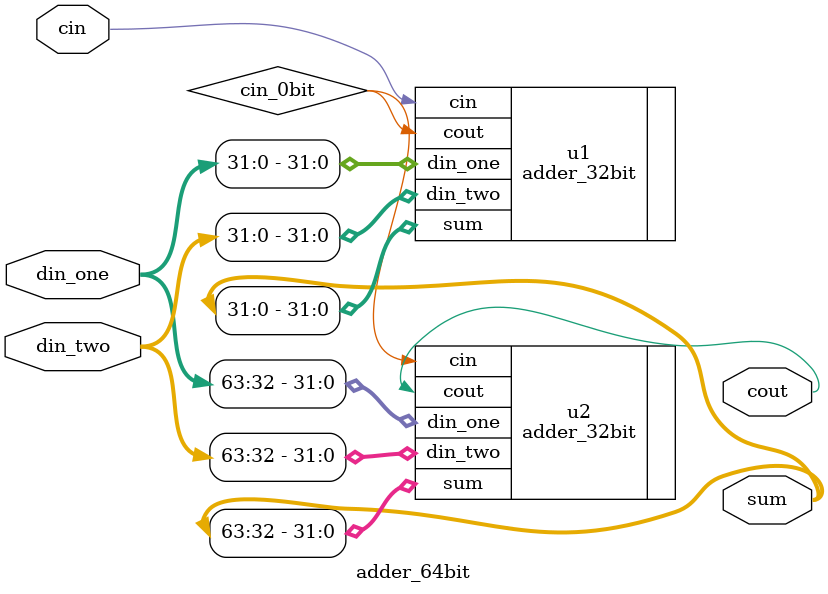
<source format=v>
module adder_64bit (
    input [63:0] din_one,
    input [63:0] din_two,
    input cin,
    output [63:0] sum,
    output cout
);
 
wire cin_0bit;

adder_32bit u1(
    .din_one(din_one[31:0]),
    .din_two(din_two[31:0]),
    .cin(cin),
    .sum(sum[31:0]),
    .cout(cin_0bit)
);

adder_32bit u2(
    .din_one(din_one[63:32]),
    .din_two(din_two[63:32]),
    .cin(cin_0bit),
    .sum(sum[63:32]),
    .cout(cout)
);
 
endmodule //full_adder
</source>
